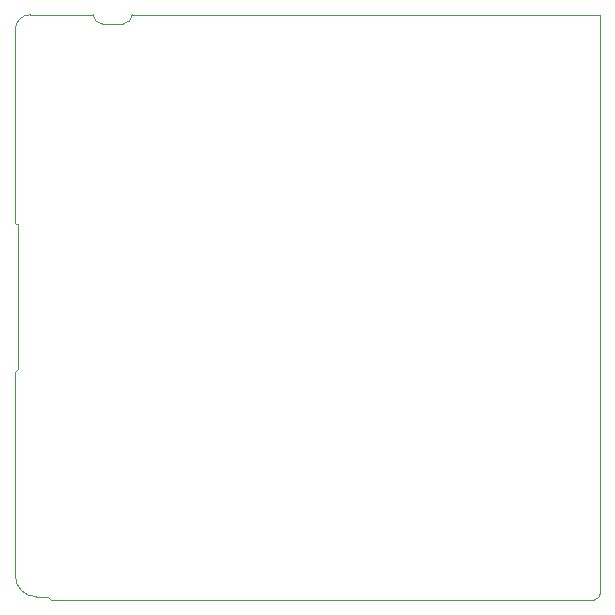
<source format=gko>
G04 #@! TF.GenerationSoftware,KiCad,Pcbnew,(5.1.2)-1*
G04 #@! TF.CreationDate,2019-06-09T10:24:48-07:00*
G04 #@! TF.ProjectId,gen3basic,67656e33-6261-4736-9963-2e6b69636164,v1.0a*
G04 #@! TF.SameCoordinates,PX3072580PY2a640d0*
G04 #@! TF.FileFunction,Profile,NP*
%FSLAX46Y46*%
G04 Gerber Fmt 4.6, Leading zero omitted, Abs format (unit mm)*
G04 Created by KiCad (PCBNEW (5.1.2)-1) date 2019-06-09 10:24:48*
%MOMM*%
%LPD*%
G04 APERTURE LIST*
%ADD10C,0.100000*%
G04 APERTURE END LIST*
D10*
X30480000Y-49530000D02*
X27432000Y-49530000D01*
X0Y-30226000D02*
X0Y-47498000D01*
X254000Y-29972000D02*
X0Y-30226000D01*
X254000Y-17780000D02*
X254000Y-29972000D01*
X254000Y-17780000D02*
G75*
G02X0Y-17526000I0J254000D01*
G01*
X0Y-1270000D02*
X0Y-17526000D01*
X6604000Y0D02*
X1270000Y0D01*
X7366000Y-762000D02*
X9144000Y-762000D01*
X7366000Y-762000D02*
G75*
G02X6604000Y0I0J762000D01*
G01*
X9906000Y0D02*
G75*
G02X9144000Y-762000I-762000J0D01*
G01*
X49530000Y0D02*
X9906000Y0D01*
X48768000Y-49530000D02*
X49022000Y-49530000D01*
X49530000Y-49022000D02*
G75*
G02X49022000Y-49530000I-508000J0D01*
G01*
X49530000Y0D02*
X49530000Y-49022000D01*
X30480000Y-49530000D02*
X48768000Y-49530000D01*
X3048000Y-49530000D02*
X27432000Y-49530000D01*
X2794000Y-49276000D02*
X3048000Y-49530000D01*
X1778000Y-49276000D02*
X2794000Y-49276000D01*
X1778000Y-49276000D02*
G75*
G02X0Y-47498000I0J1778000D01*
G01*
X0Y-1270000D02*
G75*
G02X1270000Y0I1270000J0D01*
G01*
M02*

</source>
